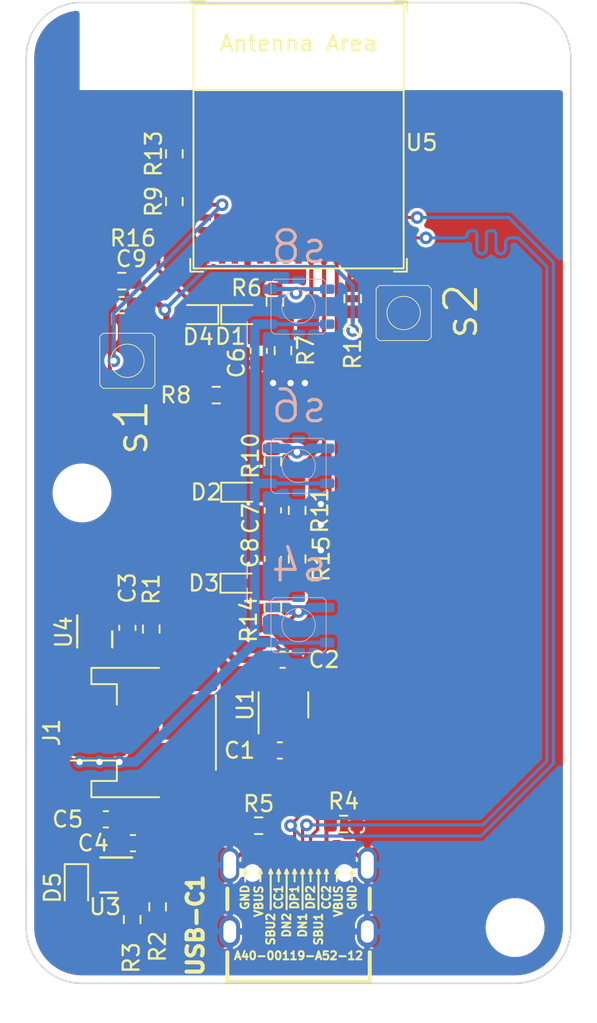
<source format=kicad_pcb>
(kicad_pcb (version 20221018) (generator pcbnew)
  (title_block (title "Rapid Remote") (date "2023-08-28") (rev "C"))
  (layers (0 "F.Cu" signal) (31 "B.Cu" signal) (34 "B.Paste" user) (35 "F.Paste" user) (36 "B.SilkS" user "B.Silkscreen") (37 "F.SilkS" user "F.Silkscreen") (38 "B.Mask" user) (39 "F.Mask" user) (44 "Edge.Cuts" user))
  (net 0 "")
  (net 1 "+5V")
  (net 2 "GND")
  (net 3 "EN_LDO")
  (net 4 "8S")
  (net 5 "6S")
  (net 6 "4S")
  (net 7 "LATCH")
  (net 8 "Net-(USB-C1-CC2)")
  (net 9 "Net-(USB-C1-CC1)")
  (net 10 "+3V3")
  (net 11 "Net-(s8-1)")
  (net 12 "Net-(s6-1)")
  (net 13 "Net-(s4-1)")
  (net 21 "Net-(U4-VDD)")
  (net 24 "USB_D-")
  (net 25 "USB_D+")
  (net 36 "+3V8")
  (net 39 "Net-(U3-PRG)")
  (net 42 "Net-(D5-K)")
  (net 43 "Net-(D5-A)")
  (net 44 "Net-(J1-Pin_2)")
  (net 46 "Net-(U5-EN{slash}CHIP_PU)")
  (net 47 "Net-(U5-GPIO8)")
  (net 48 "Net-(U5-GPIO2{slash}ADC1_CH2)")
  (net 49 "Net-(U5-GPIO9)")
  (footprint "PCM_Espressif:ESP32-C3-MINI-1" (layer "F.Cu") (at 151.6 71.5)
    (fp_text reference "U5")
    (fp_text value "ESP32-C3-MINI-1")
  )
  (footprint "Package_DFN_QFN:DFN-6-1EP_2x2mm_P0.65mm_EP1x1.6mm" (layer "F.Cu") (at 138.8 102.6 -90)
    (fp_text reference "U4")
    (fp_text value "XB6096I2SV")
  )
  (footprint "Resistor_SMD:R_0603_1608Metric" (layer "F.Cu") (at 150.622 84.963 -90)
    (fp_text reference "R7")
    (fp_text value "10k")
  )
  (footprint "Capacitor_SMD:C_0603_1608Metric" (layer "F.Cu") (at 141.2 115.9 180)
    (fp_text reference "C4")
    (fp_text value "10u")
  )
  (footprint "Capacitor_SMD:C_0603_1608Metric" (layer "F.Cu") (at 150.425 110.075)
    (fp_text reference "C1")
    (fp_text value "1u")
  )
  (footprint "Diode_SMD:D_SOD-523" (layer "F.Cu") (at 148 82.7)
    (fp_text reference "D1")
    (fp_text value "1N4148WT")
  )
  (footprint "MountingHole:MountingHole_3.2mm_M3" (layer "F.Cu") (at 165.2 121.2)
    (fp_text reference "H3")
    (fp_text value "MountingHole")
  )
  (footprint "Capacitor_SMD:C_0603_1608Metric" (layer "F.Cu") (at 139.5 114.4)
    (fp_text reference "C5")
    (fp_text value "1u")
  )
  (footprint "LED_SMD:LED_0603_1608Metric" (layer "F.Cu") (at 137.65 118.7 -90)
    (fp_text reference "D5")
    (fp_text value "LED")
  )
  (footprint "Resistor_SMD:R_0603_1608Metric" (layer "F.Cu") (at 155 81.7 90)
    (fp_text reference "R12")
    (fp_text value "10k")
  )
  (footprint "Capacitor_SMD:C_0603_1608Metric" (layer "F.Cu") (at 150.6 104.375)
    (fp_text reference "C2")
    (fp_text value "1u")
  )
  (footprint "Resistor_SMD:R_0603_1608Metric" (layer "F.Cu") (at 154.43 114.696)
    (fp_text reference "R4")
    (fp_text value "5k1")
  )
  (footprint "Resistor_SMD:R_0603_1608Metric" (layer "F.Cu") (at 149.987 91.948 90)
    (fp_text reference "R10")
    (fp_text value "1k")
  )
  (footprint "Resistor_SMD:R_0603_1608Metric" (layer "F.Cu") (at 142.35 102.45 -90)
    (fp_text reference "R1")
    (fp_text value "1k")
  )
  (footprint "Resistor_SMD:R_0603_1608Metric" (layer "F.Cu") (at 149.987 101.092 -90)
    (fp_text reference "R14")
    (fp_text value "1k")
  )
  (footprint "Capacitor_SMD:C_0603_1608Metric" (layer "F.Cu") (at 149.987 94.996 -90)
    (fp_text reference "C7")
    (fp_text value "1u")
  )
  (footprint "Diode_SMD:D_SOD-523" (layer "F.Cu") (at 145.3 82.7 180)
    (fp_text reference "D4")
    (fp_text value "1N4148WT")
  )
  (footprint "Capacitor_SMD:C_0603_1608Metric" (layer "F.Cu") (at 149.098 84.976 -90)
    (fp_text reference "C6")
    (fp_text value "1u")
  )
  (footprint "Resistor_SMD:R_0603_1608Metric" (layer "F.Cu") (at 141.15 120.7 -90)
    (fp_text reference "R3")
    (fp_text value "47.5k")
  )
  (footprint "Resistor_SMD:R_0603_1608Metric" (layer "F.Cu") (at 150.114 81.915 90)
    (fp_text reference "R6")
    (fp_text value "1k")
  )
  (footprint "Resistor_SMD:R_0603_1608Metric" (layer "F.Cu") (at 151.511 98.044 90)
    (fp_text reference "R15")
    (fp_text value "10k")
  )
  (footprint "Resistor_SMD:R_0603_1608Metric" (layer "F.Cu") (at 146.431 87.757 180)
    (fp_text reference "R8")
    (fp_text value "10k")
  )
  (footprint "MountingHole:MountingHole_3.2mm_M3" (layer "F.Cu") (at 138 93.9)
    (fp_text reference "H2")
    (fp_text value "MountingHole")
  )
  (footprint "Capacitor_SMD:C_0603_1608Metric" (layer "F.Cu") (at 149.987 98.044 90)
    (fp_text reference "C8")
    (fp_text value "1u")
  )
  (footprint "Capacitor_SMD:C_0603_1608Metric" (layer "F.Cu") (at 140.5 82.1)
    (fp_text reference "C9")
    (fp_text value "1u")
  )
  (footprint "Diode_SMD:D_SOD-523" (layer "F.Cu") (at 148 93.853)
    (fp_text reference "D2")
    (fp_text value "1N4148WT")
  )
  (footprint "Resistor_SMD:R_0603_1608Metric" (layer "F.Cu") (at 143.8 75.6 -90)
    (fp_text reference "R9")
    (fp_text value "1M")
  )
  (footprint "Personal:USB2.0_TYPE-C(A40-00119-A52-12)" (layer "F.Cu") (at 151.6 120.3 -90)
    (fp_text reference "USB-C1")
    (fp_text value "USB-C-16P-F(A40-00119-A52-12)")
  )
  (footprint "Resistor_SMD:R_0603_1608Metric" (layer "F.Cu") (at 143.8 72.6 90)
    (fp_text reference "R13")
    (fp_text value "10k")
  )
  (footprint "Diode_SMD:D_SOD-523" (layer "F.Cu") (at 147.955 99.568)
    (fp_text reference "D3")
    (fp_text value "1N4148WT")
  )
  (footprint "Capacitor_SMD:C_0603_1608Metric" (layer "F.Cu") (at 140.85 102.375 -90)
    (fp_text reference "C3")
    (fp_text value "100n")
  )
  (footprint "Resistor_SMD:R_0603_1608Metric" (layer "F.Cu") (at 149.096 114.803 180)
    (fp_text reference "R5")
    (fp_text value "5k1")
  )
  (footprint "Connector_JST:JST_PH_S2B-PH-SM4-TB_1x02-1MP_P2.00mm_Horizontal" (layer "F.Cu") (at 141.9 108.95 90)
    (fp_text reference "J1")
    (fp_text value "Conn_01x02_Socket")
  )
  (footprint "Resistor_SMD:R_0603_1608Metric" (layer "F.Cu") (at 151.511 94.996 -90)
    (fp_text reference "R11")
    (fp_text value "10k")
  )
  (footprint "MountingHole:MountingHole_3.2mm_M3" (layer "F.Cu") (at 165.2 66.6)
    (fp_text reference "H1")
    (fp_text value "MountingHole")
  )
  (footprint "rapidtraining:TS-1177-C-B-B" (layer "F.Cu") (at 140.85 85.6 90)
    (fp_text reference "s1")
    (fp_text value "BUTTON_4PIN_TS_1177" hide)
  )
  (footprint "Package_TO_SOT_SMD:SOT-23-5" (layer "F.Cu") (at 150.65 107.2125 90)
    (fp_text reference "U1")
    (fp_text value "MIC5504-3.3YM5")
  )
  (footprint "Resistor_SMD:R_0603_1608Metric" (layer "F.Cu") (at 140.5 80.6 180)
    (fp_text reference "R16")
    (fp_text value "10k")
  )
  (footprint "Resistor_SMD:R_0603_1608Metric" (layer "F.Cu") (at 142.75 119.9 90)
    (fp_text reference "R2")
    (fp_text value "1k")
  )
  (footprint "Package_DFN_QFN:DFN-6-1EP_2x2mm_P0.65mm_EP1x1.6mm" (layer "F.Cu") (at 140.15 117.9 180)
    (fp_text reference "U3")
    (fp_text value "WS4518D")
  )
  (footprint "rapidtraining:TS-1177-C-B-B" (layer "F.Cu") (at 158.2 82.6 90)
    (fp_text reference "s2")
    (fp_text value "BUTTON_4PIN_TS_1177" hide)
  )
  (footprint "rapidtraining:TS-1177-C-B-B" (layer "B.Cu") (at 151.6 92.2 180)
    (fp_text reference "s6")
    (fp_text value "BUTTON_4PIN_TS_1177" hide)
  )
  (footprint "rapidtraining:TS-1177-C-B-B" (layer "B.Cu") (at 151.6 82.2 180)
    (fp_text reference "s8")
    (fp_text value "BUTTON_4PIN_TS_1177" hide)
  )
  (footprint "rapidtraining:TS-1177-C-B-B" (layer "B.Cu") (at 151.6 102.2 180)
    (fp_text reference "s4")
    (fp_text value "BUTTON_4PIN_TS_1177" hide)
  )
  (gr_arc (start 134.5 66.6) (mid 135.475126 64.145837) (end 137.9 63.1) (stroke (width 0.1)) (layer "Edge.Cuts"))
  (gr_line (start 165.2 124.7) (end 138 124.7) (stroke (width 0.1)) (layer "Edge.Cuts"))
  (gr_arc (start 165.2 63.1) (mid 167.674874 64.125126) (end 168.7 66.6) (stroke (width 0.1)) (layer "Edge.Cuts"))
  (gr_line (start 137.9 63.1) (end 165.2 63.1) (stroke (width 0.1)) (layer "Edge.Cuts"))
  (gr_arc (start 138 124.7) (mid 135.525127 123.674874) (end 134.5 121.2) (stroke (width 0.1)) (layer "Edge.Cuts"))
  (gr_arc (start 168.7 121.2) (mid 167.674874 123.674874) (end 165.2 124.7) (stroke (width 0.1)) (layer "Edge.Cuts"))
  (gr_line (start 134.5 121.2) (end 134.5 66.6) (stroke (width 0.1)) (layer "Edge.Cuts"))
  (gr_line (start 168.7 66.6) (end 168.7 121.2) (stroke (width 0.1)) (layer "Edge.Cuts"))
  (segment (start 142.75 119.075) (end 142.75 118.05) (width 0.3) (layer "F.Cu") (net 1))
  (segment (start 149.325 116.368) (end 149.075 116.368) (width 0.25) (layer "F.Cu") (net 1))
  (segment (start 151.509 118.014) (end 150.448 119.075) (width 0.508) (layer "F.Cu") (net 1))
  (segment (start 141.95 117.25) (end 141.9 117.25) (width 0.3) (layer "F.Cu") (net 1))
  (segment (start 141.975 115.9) (end 141.975 117.175) (width 0.25) (layer "F.Cu") (net 1))
  (segment (start 150.448 119.075) (end 142.75 119.075) (width 0.508) (layer "F.Cu") (net 1))
  (segment (start 141.9 117.25) (end 141.2 117.25) (width 0.3) (layer "F.Cu") (net 1))
  (segment (start 141.975 117.175) (end 141.9 117.25) (width 0.25) (layer "F.Cu") (net 1))
  (segment (start 142.75 118.05) (end 141.95 117.25) (width 0.3) (layer "F.Cu") (net 1))
  (segment (start 145.65 78.25) (end 145.7 78.2) (width 0.25) (layer "F.Cu") (net 2))
  (segment (start 140.425 115.9) (end 140.425 114.55) (width 0.5) (layer "F.Cu") (net 2))
  (segment (start 148.525 116.368) (end 148.182 116.368) (width 0.25) (layer "F.Cu") (net 2))
  (segment (start 155.018 116.368) (end 155.92 117.27) (width 0.25) (layer "F.Cu") (net 2))
  (segment (start 151.511 95.821) (end 150.037 95.821) (width 0.5) (layer "F.Cu") (net 2))
  (segment (start 138.15 101.55) (end 138.15 100.75) (width 0.25) (layer "F.Cu") (net 2))
  (segment (start 157.55 69.25) (end 156.45 69.25) (width 0.6) (layer "F.Cu") (net 2))
  (segment (start 149.987 97.269) (end 151.461 97.269) (width 0.5) (layer "F.Cu") (net 2))
  (segment (start 140.425 114.55) (end 140.275 114.4) (width 0.25) (layer "F.Cu") (net 2))
  (segment (start 151.461 97.269) (end 151.511 97.219) (width 0.25) (layer "F.Cu") (net 2))
  (segment (start 145.65 70.15) (end 145.7 70.2) (width 0.6) (layer "F.Cu") (net 2))
  (segment (start 154.675 116.368) (end 155.018 116.368) (width 0.25) (layer "F.Cu") (net 2))
  (segment (start 150.65 109.525) (end 151.2 110.075) (width 0.25) (layer "F.Cu") (net 2))
  (segment (start 149.135 85.788) (end 149.098 85.751) (width 0.25) (layer "F.Cu") (net 2))
  (segment (start 150.622 86.378) (end 150.622 85.788) (width 0.5) (layer "F.Cu") (net 2))
  (segment (start 150.65 108.35) (end 150.65 109.525) (width 0.25) (layer "F.Cu") (net 2))
  (segment (start 149.987 95.871) (end 150.037 95.821) (width 0.5) (layer "F.Cu") (net 2))
  (segment (start 138.8 101.55) (end 138.8 100.8) (width 0.25) (layer "F.Cu") (net 2))
  (segment (start 146.75 69.25) (end 146.8 69.3) (width 0.25) (layer "F.Cu") (net 2))
  (segment (start 138.8 102.6) (end 138.8 101.55) (width 0.25) (layer "F.Cu") (net 2))
  (segment (start 151.511 95.821) (end 151.511 97.219) (width 0.5) (layer "F.Cu") (net 2))
  (segment (start 141.2 117.9) (end 140.15 117.9) (width 0.25) (layer "F.Cu") (net 2))
  (segment (start 150 87) (end 150.622 86.378) (width 0.5) (layer "F.Cu") (net 2))
  (segment (start 150.622 85.788) (end 149.135 85.788) (width 0.5) (layer "F.Cu") (net 2))
  (segment (start 150.037 95.821) (end 149.987 95.771) (width 0.25) (layer "F.Cu") (net 2))
  (segment (start 145.65 69.25) (end 146.75 69.25) (width 0.6) (layer "F.Cu") (net 2))
  (segment (start 156.45 69.25) (end 156.4 69.3) (width 0.25) (layer "F.Cu") (net 2))
  (segment (start 138.15 101.95) (end 138.8 102.6) (width 0.25) (layer "F.Cu") (net 2))
  (segment (start 149.987 97.269) (end 149.987 95.871) (width 0.5) (layer "F.Cu") (net 2))
  (segment (start 148.182 116.368) (end 147.28 117.27) (width 0.25) (layer "F.Cu") (net 2))
  (segment (start 138.15 101.55) (end 138.15 101.95) (width 0.25) (layer "F.Cu") (net 2))
  (via (at 153 97.5) (size 0.8) (drill 0.4) (layers "F.Cu" "B.Cu") (net 2))
  (via (at 150 87) (size 0.8) (drill 0.4) (layers "F.Cu" "B.Cu") (net 2))
  (via (at 153 94.6) (size 0.8) (drill 0.4) (layers "F.Cu" "B.Cu") (net 2))
  (via (at 152 87) (size 0.8) (drill 0.4) (layers "F.Cu" "B.Cu") (net 2))
  (via (at 151.1 87) (size 0.8) (drill 0.4) (layers "F.Cu" "B.Cu") (net 2))
  (via (at 153 95.9) (size 0.8) (drill 0.4) (layers "F.Cu" "B.Cu") (net 2))
  (segment (start 150.6 103.897183) (end 150.6 106.6) (width 0.25) (layer "F.Cu") (net 3))
  (segment (start 151.6 107.6) (end 151.6 108.35) (width 0.25) (layer "F.Cu") (net 3))
  (segment (start 147.3 82.7) (end 146 82.7) (width 0.25) (layer "F.Cu") (net 3))
  (segment (start 150.6 106.6) (end 151.6 107.6) (width 0.25) (layer "F.Cu") (net 3))
  (segment (start 147.255 99.568) (end 147.255 101.655) (width 0.25) (layer "F.Cu") (net 3))
  (segment (start 147.3 99.2) (end 147.3 92.2) (width 0.25) (layer "F.Cu") (net 3))
  (segment (start 148.6 103) (end 149.702817 103) (width 0.25) (layer "F.Cu") (net 3))
  (segment (start 147.3 82.7) (end 147.3 92.2) (width 0.25) (layer "F.Cu") (net 3))
  (segment (start 147.255 101.655) (end 148.6 103) (width 0.25) (layer "F.Cu") (net 3))
  (segment (start 149.702817 103) (end 150.6 103.897183) (width 0.25) (layer "F.Cu") (net 3))
  (segment (start 152.4 79.1) (end 152.4 82) (width 0.25) (layer "F.Cu") (net 4))
  (segment (start 150.177 82.677) (end 150.114 82.74) (width 0.25) (layer "F.Cu") (net 4))
  (segment (start 151.723 82.677) (end 150.177 82.677) (width 0.25) (layer "F.Cu") (net 4))
  (segment (start 152.4 82) (end 151.723 82.677) (width 0.25) (layer "F.Cu") (net 4))
  (segment (start 153.2 90.8) (end 150.9 93.1) (width 0.25) (layer "F.Cu") (net 5))
  (segment (start 153.2 79.1) (end 153.2 90.8) (width 0.25) (layer "F.Cu") (net 5))
  (segment (start 154 98.9) (end 153.9 99) (width 0.25) (layer "F.Cu") (net 6))
  (segment (start 150.8 99.21) (end 153.69 99.21) (width 0.25) (layer "F.Cu") (net 6))
  (segment (start 154 79.1) (end 154 98.9) (width 0.25) (layer "F.Cu") (net 6))
  (segment (start 153.69 99.21) (end 153.9 99) (width 0.25) (layer "F.Cu") (net 6))
  (segment (start 143.8 74.775) (end 143.125 74.775) (width 0.25) (layer "F.Cu") (net 7))
  (segment (start 145.7 74.2) (end 145.1 74.2) (width 0.25) (layer "F.Cu") (net 7))
  (segment (start 142.8 75.1) (end 142.8 79.9) (width 0.25) (layer "F.Cu") (net 7))
  (segment (start 144.6 81.7) (end 144.6 82.7) (width 0.25) (layer "F.Cu") (net 7))
  (segment (start 142.8 79.9) (end 144.6 81.7) (width 0.25) (layer "F.Cu") (net 7))
  (segment (start 144.525 74.775) (end 143.8 74.775) (width 0.25) (layer "F.Cu") (net 7))
  (segment (start 143.125 74.775) (end 142.8 75.1) (width 0.25) (layer "F.Cu") (net 7))
  (segment (start 145.1 74.2) (end 144.525 74.775) (width 0.25) (layer "F.Cu") (net 7))
  (segment (start 153.354 116.3758) (end 153.354 115.0122) (width 0.25) (layer "F.Cu") (net 8))
  (segment (start 153.354 115.0122) (end 153.605 114.7612) (width 0.25) (layer "F.Cu") (net 8))
  (segment (start 150.354 116.3758) (end 150.354 115.4192) (width 0.25) (layer "F.Cu") (net 9))
  (segment (start 150.354 115.4192) (end 149.7378 114.803) (width 0.25) (layer "F.Cu") (net 9))
  (segment (start 143.3 100.1) (end 147.575 104.375) (width 0.4) (layer "F.Cu") (net 10))
  (segment (start 149.7 106.075) (end 149.7 104.5) (width 0.25) (layer "F.Cu") (net 10))
  (segment (start 141.325 80.552817) (end 143.3 82.527817) (width 0.4) (layer "F.Cu") (net 10))
  (segment (start 141.325 72.875) (end 141.325 80.552817) (width 0.4) (layer "F.Cu") (net 10))
  (segment (start 147.575 104.375) (end 149.825 104.375) (width 0.4) (layer "F.Cu") (net 10))
  (segment (start 149.7 104.5) (end 149.825 104.375) (width 0.25) (layer "F.Cu") (net 10))
  (segment (start 155 83.7) (end 155 82.525) (width 0.25) (layer "F.Cu") (net 10))
  (segment (start 142.4 71.8) (end 141.325 72.875) (width 0.4) (layer "F.Cu") (net 10))
  (segment (start 145.6 71.8) (end 142.4 71.8) (width 0.4) (layer "F.Cu") (net 10))
  (segment (start 143.3 82.527817) (end 143.3 100.1) (width 0.4) (layer "F.Cu") (net 10))
  (via (at 155 83.7) (size 0.8) (drill 0.4) (layers "F.Cu" "B.Cu") (net 10))
  (via (at 143.2 82.4) (size 0.8) (drill 0.4) (layers "F.Cu" "B.Cu") (net 10))
  (segment (start 145.9 79.7) (end 143.2 82.4) (width 0.25) (layer "B.Cu") (net 10))
  (segment (start 154.51225 80.38775) (end 153.8245 79.7) (width 0.25) (layer "B.Cu") (net 10))
  (segment (start 154.51225 80.38775) (end 155 80.8755) (width 0.25) (layer "B.Cu") (net 10))
  (segment (start 153.8245 79.7) (end 145.9 79.7) (width 0.25) (layer "B.Cu") (net 10))
  (segment (start 155 80.8755) (end 155 83.7) (width 0.25) (layer "B.Cu") (net 10))
  (segment (start 150.114 81.09) (end 151.181984 81.09) (width 0.25) (layer "F.Cu") (net 11))
  (segment (start 151.181984 81.09) (end 151.441484 81.3495) (width 0.25) (layer "F.Cu") (net 11))
  (via (at 151.441484 81.3495) (size 0.8) (drill 0.4) (layers "F.Cu" "B.Cu") (net 11))
  (segment (start 149.8 81.1) (end 151.5 81.1) (width 0.25) (layer "B.Cu") (net 11))
  (segment (start 151.5 81.1) (end 151.5 81.290984) (width 0.25) (layer "B.Cu") (net 11))
  (segment (start 151.5 81.1) (end 153.4 81.1) (width 0.25) (layer "B.Cu") (net 11))
  (segment (start 151.5 81.290984) (end 151.441484 81.3495) (width 0.25) (layer "B.Cu") (net 11))
  (segment (start 151.500914 91.3495) (end 151.241414 91.09) (width 0.25) (layer "F.Cu") (net 12))
  (segment (start 151.241414 91.09) (end 149.8 91.09) (width 0.25) (layer "F.Cu") (net 12))
  (via (at 151.500914 91.3495) (size 0.8) (drill 0.4) (layers "F.Cu" "B.Cu") (net 12))
  (segment (start 151.600414 91.25) (end 151.500914 91.3495) (width 0.6) (layer "B.Cu") (net 12))
  (segment (start 151.058794 91.25) (end 150.908794 91.1) (width 0.6) (layer "B.Cu") (net 12))
  (segment (start 153.4 91.1) (end 152.291206 91.1) (width 0.6) (layer "B.Cu") (net 12))
  (segment (start 151.401414 91.25) (end 151.058794 91.25) (width 0.6) (layer "B.Cu") (net 12))
  (segment (start 152.291206 91.1) (end 152.141206 91.25) (width 0.6) (layer "B.Cu") (net 12))
  (segment (start 150.908794 91.1) (end 149.8 91.1) (width 0.6) (layer "B.Cu") (net 12))
  (segment (start 152.141206 91.25) (end 151.600414 91.25) (width 0.6) (layer "B.Cu") (net 12))
  (segment (start 151.500914 91.3495) (end 151.401414 91.25) (width 0.6) (layer "B.Cu") (net 12))
  (segment (start 151.597211 101.3495) (end 151.029711 101.917) (width 0.25) (layer "F.Cu") (net 13))
  (segment (start 151.029711 101.917) (end 149.733 101.917) (width 0.25) (layer "F.Cu") (net 13))
  (via (at 151.597211 101.3495) (size 0.8) (drill 0.4) (layers "F.Cu" "B.Cu") (net 13))
  (segment (start 151.597211 101.3495) (end 151.497711 101.25) (width 0.6) (layer "B.Cu") (net 13))
  (segment (start 151.058794 101.25) (end 150.908794 101.1) (width 0.6) (layer "B.Cu") (net 13))
  (segment (start 150.908794 101.1) (end 149.8 101.1) (width 0.6) (layer "B.Cu") (net 13))
  (segment (start 152.141206 101.25) (end 152.291206 101.1) (width 0.6) (layer "B.Cu") (net 13))
  (segment (start 151.597211 101.3495) (end 151.696711 101.25) (width 0.6) (layer "B.Cu") (net 13))
  (segment (start 151.696711 101.25) (end 152.141206 101.25) (width 0.6) (layer "B.Cu") (net 13))
  (segment (start 151.497711 101.25) (end 151.058794 101.25) (width 0.6) (layer "B.Cu") (net 13))
  (segment (start 152.291206 101.1) (end 153.4 101.1) (width 0.6) (layer "B.Cu") (net 13))
  (segment (start 140.9 101.625) (end 140.85 101.675) (width 0.25) (layer "F.Cu") (net 21))
  (segment (start 140.8 101.55) (end 140.85 101.6) (width 0.25) (layer "F.Cu") (net 21))
  (segment (start 150.945 117.2668) (end 151.763 117.2668) (width 0.2) (layer "F.Cu") (net 24))
  (segment (start 150.854 116.3758) (end 150.854 117.1758) (width 0.2) (layer "F.Cu") (net 24))
  (segment (start 158.41005 77.4) (end 157.5 77.4) (width 0.2) (layer "F.Cu") (net 24))
  (segment (start 152.098 114.7522) (end 151.854 114.9962) (width 0.2) (layer "F.Cu") (net 24))
  (segment (start 151.854 117.1758) (end 151.854 116.3758) (width 0.2) (layer "F.Cu") (net 24))
  (segment (start 151.763 117.2668) (end 151.854 117.1758) (width 0.2) (layer "F.Cu") (net 24))
  (segment (start 150.854 117.1758) (end 150.945 117.2668) (width 0.2) (layer "F.Cu") (net 24))
  (segment (start 151.854 114.9962) (end 151.854 116.3758) (width 0.2) (layer "F.Cu") (net 24))
  (segment (start 158.892478 77.882428) (end 158.41005 77.4) (width 0.2) (layer "F.Cu") (net 24))
  (segment (start 159.6 77.882428) (end 158.892478 77.882428) (width 0.2) (layer "F.Cu") (net 24))
  (via (at 152.098 114.7522) (size 0.8) (drill 0.4) (layers "F.Cu" "B.Cu") (net 24))
  (via (at 159.6 77.882428) (size 0.8) (drill 0.4) (layers "F.Cu" "B.Cu") (net 24))
  (segment (start 165.382428 77.882428) (end 167.2 79.7) (width 0.2) (layer "B.Cu") (net 24))
  (segment (start 162.8 77.657428) (end 162.8 77.882428) (width 0.2) (layer "B.Cu") (net 24))
  (segment (start 164.9 77.882428) (end 165.382428 77.882428) (width 0.2) (layer "B.Cu") (net 24))
  (segment (start 164 77.657428) (end 164 78.182428) (width 0.2) (layer "B.Cu") (net 24))
  (segment (start 167.2 110.734314) (end 163.182114 114.7522) (width 0.2) (layer "B.Cu") (net 24))
  (segment (start 167.2 79.7) (end 167.2 110.734314) (width 0.2) (layer "B.Cu") (net 24))
  (segment (start 163.625 77.432428) (end 163.775 77.432428) (width 0.2) (layer "B.Cu") (net 24))
  (segment (start 164.6 78.582428) (end 164.6 78.182428) (width 0.2) (layer "B.Cu") (net 24))
  (segment (start 162.8 77.882428) (end 162.8 78.582428) (width 0.2) (layer "B.Cu") (net 24))
  (segment (start 163.4 77.882428) (end 163.4 77.657428) (width 0.2) (layer "B.Cu") (net 24))
  (segment (start 159.6 77.882428) (end 161.975 77.882428) (width 0.2) (layer "B.Cu") (net 24))
  (segment (start 162.425 77.432428) (end 162.575 77.432428) (width 0.2) (layer "B.Cu") (net 24))
  (segment (start 163.182114 114.7522) (end 152.098 114.7522) (width 0.2) (layer "B.Cu") (net 24))
  (segment (start 163.4 78.582428) (end 163.4 77.882428) (width 0.2) (layer "B.Cu") (net 24))
  (segment (start 164 78.182428) (end 164 78.582428) (width 0.2) (layer "B.Cu") (net 24))
  (arc (start 163.4 77.657428) (mid 163.465901 77.498329) (end 163.625 77.432428) (width 0.2) (layer "B.Cu") (net 24))
  (arc (start 161.975 77.882428) (mid 162.134089 77.816509) (end 162.2 77.657428) (width 0.2) (layer "B.Cu") (net 24))
  (arc (start 162.575 77.432428) (mid 162.734099 77.498329) (end 162.8 77.657428) (width 0.2) (layer "B.Cu") (net 24))
  (arc (start 164.6 78.182428) (mid 164.687868 77.970296) (end 164.9 77.882428) (width 0.2) (layer "B.Cu") (net 24))
  (arc (start 163.775 77.432428) (mid 163.934099 77.498329) (end 164 77.657428) (width 0.2) (layer "B.Cu") (net 24))
  (arc (start 164 78.582428) (mid 164.087868 78.79456) (end 164.3 78.882428) (width 0.2) (layer "B.Cu") (net 24))
  (arc (start 164.3 78.882428) (mid 164.512132 78.79456) (end 164.6 78.582428) (width 0.2) (layer "B.Cu") (net 24))
  (arc (start 162.2 77.657428) (mid 162.265901 77.498329) (end 162.425 77.432428) (width 0.2) (layer "B.Cu") (net 24))
  (arc (start 162.8 78.582428) (mid 162.887868 78.79456) (end 163.1 78.882428) (width 0.2) (layer "B.Cu") (net 24))
  (arc (start 163.1 78.882428) (mid 163.312132 78.79456) (end 163.4 78.582428) (width 0.2) (layer "B.Cu") (net 24))
  (segment (start 152.798 114.46225) (end 152.38795 114.0522) (width 0.2) (layer "F.Cu") (net 25))
  (segment (start 152.38795 114.0522) (end 151.80805 114.0522) (width 0.2) (layer "F.Cu") (net 25))
  (segment (start 151.099266 114.760984) (end 151.099266 114.791385) (width 0.2) (layer "F.Cu") (net 25))
  (segment (start 152.798 115.04215) (end 152.798 114.46225) (width 0.2) (layer "F.Cu") (net 25))
  (segment (start 151.354 115.046119) (end 151.099266 114.791385) (width 0.2) (layer "F.Cu") (net 25))
  (segment (start 152.354 116.3758) (end 152.354 115.48615) (width 0.2) (layer "F.Cu") (net 25))
  (segment (start 159.05 76.6) (end 157.5 76.6) (width 0.2) (layer "F.Cu") (net 25))
  (segment (start 152.354 115.48615) (end 152.798 115.04215) (width 0.2) (layer "F.Cu") (net 25))
  (segment (start 151.80805 114.0522) (end 151.099266 114.760984) (width 0.2) (layer "F.Cu") (net 25))
  (segment (start 151.354 116.3758) (end 151.354 115.046119) (width 0.2) (layer "F.Cu") (net 25))
  (via (at 159.05 76.6) (size 0.8) (drill 0.4) (layers "F.Cu" "B.Cu") (net 25))
  (via (at 151.099266 114.791385) (size 0.8) (drill 0.4) (layers "F.Cu" "B.Cu") (net 25))
  (segment (start 164.8 76.6) (end 167.6 79.4) (width 0.2) (layer "B.Cu") (net 25))
  (segment (start 159.05 76.6) (end 164.8 76.6) (width 0.2) (layer "B.Cu") (net 25))
  (segment (start 167.6 110.9) (end 163.0478 115.4522) (width 0.2) (layer "B.Cu") (net 25))
  (segment (start 151.760081 115.4522) (end 151.099266 114.791385) (width 0.2) (layer "B.Cu") (net 25))
  (segment (start 167.6 79.4) (end 167.6 110.9) (width 0.2) (layer "B.Cu") (net 25))
  (segment (start 163.0478 115.4522) (end 151.760081 115.4522) (width 0.2) (layer "B.Cu") (net 25))
  (segment (start 149.7 108.35) (end 149.7 110.025) (width 0.4) (layer "F.Cu") (net 36))
  (segment (start 137.85 110.8) (end 138.2 110.8) (width 0.6) (layer "F.Cu") (net 36))
  (segment (start 139.9 110.8) (end 139.05 109.95) (width 0.6) (layer "F.Cu") (net 36))
  (segment (start 148.625 110.075) (end 148.6 110.05) (width 0.4) (layer "F.Cu") (net 36))
  (segment (start 138.2 110.8) (end 139.05 109.95) (width 0.6) (layer "F.Cu") (net 36))
  (segment (start 139.05 110.75) (end 139.1 110.8) (width 0.25) (layer "F.Cu") (net 36))
  (segment (start 149.65 110.075) (end 148.625 110.075) (width 0.4) (layer "F.Cu") (net 36))
  (segment (start 139.05 109.95) (end 139.05 110.75) (width 1) (layer "F.Cu") (net 36))
  (segment (start 140.35 110.8) (end 139.9 110.8) (width 0.6) (layer "F.Cu") (net 36))
  (segment (start 149.7 110.025) (end 149.65 110.075) (width 0.4) (layer "F.Cu") (net 36))
  (via (at 139.1 110.8) (size 0.8) (drill 0.4) (layers "F.Cu" "B.Cu") (net 36))
  (via (at 137.85 110.8) (size 0.8) (drill 0.4) (layers "F.Cu" "B.Cu") (net 36))
  (via (at 140.35 110.8) (size 0.8) (drill 0.4) (layers "F.Cu" "B.Cu") (net 36))
  (segment (start 153.4 103.3) (end 149.8 103.3) (width 0.25) (layer "B.Cu") (net 36))
  (segment (start 148.95 93.3) (end 148.85 93.2) (width 0.25) (layer "B.Cu") (net 36))
  (segment (start 140.35 110.8) (end 141.35 110.8) (width 0.6) (layer "B.Cu") (net 36))
  (segment (start 137.85 110.8) (end 138.2 110.8) (width 0.6) (layer "B.Cu") (net 36))
  (segment (start 149.8 93.3) (end 148.95 93.3) (width 0.6) (layer "B.Cu") (net 36))
  (segment (start 148.85 83.3) (end 148.85 93.2) (width 0.6) (layer "B.Cu") (net 36))
  (segment (start 149.8 83.3) (end 148.85 83.3) (width 0.6) (layer "B.Cu") (net 36))
  (segment (start 141.35 110.8) (end 148.85 103.3) (width 0.6) (layer "B.Cu") (net 36))
  (segment (start 153.4 83.3) (end 149.8 83.3) (width 0.25) (layer "B.Cu") (net 36))
  (segment (start 153.4 93.3) (end 149.8 93.3) (width 0.25) (layer "B.Cu") (net 36))
  (segment (start 148.85 103.3) (end 149.8 103.3) (width 0.6) (layer "B.Cu") (net 36))
  (segment (start 139.1 110.8) (end 137.85 110.8) (width 0.6) (layer "B.Cu") (net 36))
  (segment (start 140.35 110.8) (end 139.1 110.8) (width 0.6) (layer "B.Cu") (net 36))
  (segment (start 148.85 93.2) (end 148.85 103.3) (width 0.6) (layer "B.Cu") (net 36))
  (segment (start 141.15 118.6) (end 141.2 118.55) (width 0.25) (layer "F.Cu") (net 39))
  (segment (start 141.15 119.875) (end 141.15 118.6) (width 0.25) (layer "F.Cu") (net 39))
  (segment (start 137.65 117.9125) (end 139.0875 117.9125) (width 0.25) (layer "F.Cu") (net 42))
  (segment (start 139.0875 117.9125) (end 139.1 117.9) (width 0.25) (layer "F.Cu") (net 42))
  (segment (start 138.8875 120.725) (end 142.75 120.725) (width 0.25) (layer "F.Cu") (net 43))
  (segment (start 137.65 119.4875) (end 138.8875 120.725) (width 0.25) (layer "F.Cu") (net 43))
  (segment (start 139.675 80.6) (end 139.675 82.05) (width 0.25) (layer "F.Cu") (net 46))
  (segment (start 139.75 85.85) (end 140 85.6) (width 0.25) (layer "F.Cu") (net 46))
  (segment (start 139.725 83.775) (end 139.75 83.8) (width 0.25) (layer "F.Cu") (net 46))
  (segment (start 139.75 86) (end 139.75 85.85) (width 0.25) (layer "F.Cu") (net 46))
  (segment (start 145.7 75.8) (end 146.8 75.8) (width 0.25) (layer "F.Cu") (net 46))
  (segment (start 139.75 83.8) (end 139.75 86) (width 0.25) (layer "F.Cu") (net 46))
  (segment (start 139.75 86) (end 139.75 87.4) (width 0.25) (layer "F.Cu") (net 46))
  (segment (start 139.725 82.1) (end 139.725 83.775) (width 0.25) (layer "F.Cu") (net 46))
  (segment (start 139.675 82.05) (end 139.725 82.1) (width 0.25) (layer "F.Cu") (net 46))
  (via (at 146.8 75.8) (size 0.8) (drill 0.4) (layers "F.Cu" "B.Cu") (net 46))
  (via (at 140 85.6) (size 0.8) (drill 0.4) (layers "F.Cu" "B.Cu") (net 46))
  (segment (start 140 82.6) (end 146.8 75.8) (width 0.25) (layer "B.Cu") (net 46))
  (segment (start 140 85.6) (end 140 82.6) (width 0.25) (layer "B.Cu") (net 46))
  (segment (start 154.8 79.1) (end 154.8 80.675) (width 0.25) (layer "F.Cu") (net 47))
  (segment (start 154.8 80.675) (end 155 80.875) (width 0.25) (layer "F.Cu") (net 47))
  (segment (start 143.8 73.425) (end 145.675 73.425) (width 0.25) (layer "F.Cu") (net 48))
  (segment (start 145.675 73.425) (end 145.7 73.4) (width 0.25) (layer "F.Cu") (net 48))
  (segment (start 156.6 80.8) (end 155.6 79.8) (width 0.25) (layer "F.Cu") (net 49))
  (segment (start 155.6 79.8) (end 155.6 79.1) (width 0.25) (layer "F.Cu") (net 49))
  (segment (start 157.1 84.4) (end 157.1 80.8) (width 0.25) (layer "F.Cu") (net 49))
  (segment (start 157.1 80.8) (end 156.6 80.8) (width 0.25) (layer "F.Cu") (net 49))
  (zone (net 1) (net_name "+5V") (layer "F.Cu") (priority 5) (connect_pads yes (clearance 0.127)) (min_thickness 0.25) (fill yes (thermal_gap 0.5) (thermal_bridge_width 0.5))
    (polygon (pts (xy 148.8 115.7) (xy 149.5 115.7) (xy 149.5 117) (xy 153.7 117) (xy 153.7 115.7) (xy 154.3 115.7) (xy 154.3 118.5) (xy 148.8 118.5)))
  )
  (zone (net 5) (net_name "6S") (layer "F.Cu") (priority 4) (connect_pads yes (clearance 0.2)) (min_thickness 0.25) (fill yes (thermal_gap 0.5) (thermal_bridge_width 0.5))
    (polygon (pts (xy 148.336 92.329) (xy 148.336 94.488) (xy 152.019 94.488) (xy 152.019 92.329)))
  )
  (zone (net 36) (net_name "+3V8") (layer "F.Cu") (priority 8) (connect_pads (clearance 0.127)) (min_thickness 0.3) (fill yes (thermal_gap 0.127) (thermal_bridge_width 0.3))
    (polygon (pts (xy 150.1 110.55) (xy 150.1 109.6) (xy 142.85 109.6) (xy 142.85 102.9) (xy 141.9 102.9) (xy 141.9 109.4) (xy 137.1 109.4) (xy 137.1 117.4) (xy 139.4 117.4) (xy 139.4 113.6) (xy 142.8 113.6) (xy 142.8 110.55)))
  )
  (zone (net 6) (net_name "4S") (layer "F.Cu") (priority 3) (connect_pads yes (clearance 0.2)) (min_thickness 0.25) (fill yes (thermal_gap 0.5) (thermal_bridge_width 0.5))
    (polygon (pts (xy 148.4 98.419) (xy 148.4 100.654) (xy 151.989 100.654) (xy 151.989 98.419)))
  )
  (zone (net 4) (net_name "8S") (layer "F.Cu") (priority 2) (connect_pads yes (clearance 0.2)) (min_thickness 0.25) (fill yes (thermal_gap 0.5) (thermal_bridge_width 0.5))
    (polygon (pts (xy 148.4 82.281) (xy 148.4 84.57) (xy 151.3 84.57) (xy 151.3 82.281)))
  )
  (zone (net 21) (net_name "Net-(U4-VDD)") (layer "F.Cu") (priority 1) (connect_pads yes (clearance 0.127)) (min_thickness 0.25) (fill yes (thermal_gap 0.5) (thermal_bridge_width 0.5))
    (polygon (pts (xy 139.2 102) (xy 142.9 102) (xy 142.9 101.1) (xy 139.2 101.1)))
  )
  (zone (net 44) (net_name "Net-(J1-Pin_2)") (layer "F.Cu") (priority 7) (connect_pads (clearance 0.127)) (min_thickness 0.25) (fill yes (thermal_gap 0.127) (thermal_bridge_width 0.5))
    (polygon (pts (xy 139.7 103.3) (xy 137.9 103.3) (xy 137.3 107.4) (xy 137.3 108.5) (xy 140.8 108.5) (xy 140.8 104.3) (xy 139.7 104.3)))
  )
  (zone (net 2) (net_name "GND") (layers "F&B.Cu") (connect_pads (clearance 0.127)) (min_thickness 0.4) (fill yes (thermal_gap 0.127) (thermal_bridge_width 0.4))
    (polygon (pts (xy 158.2 68.6) (xy 137.85 68.6) (xy 137.85 63.1) (xy 134.45 63.1) (xy 134.5 124.7) (xy 168.7 124.7) (xy 168.7 68.6)))
  )
)
</source>
